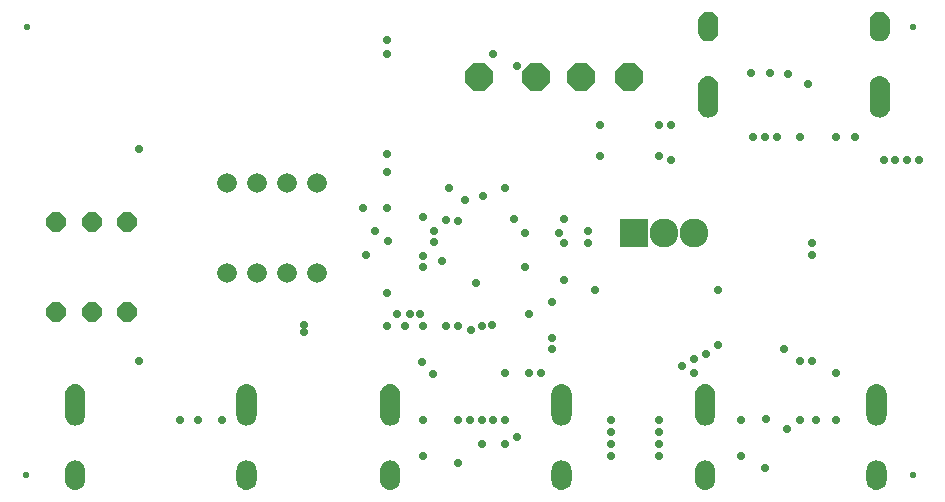
<source format=gbr>
G04 EAGLE Gerber RS-274X export*
G75*
%MOMM*%
%FSLAX34Y34*%
%LPD*%
%INSoldermask Bottom*%
%IPPOS*%
%AMOC8*
5,1,8,0,0,1.08239X$1,22.5*%
G01*
%ADD10C,0.553200*%
%ADD11P,2.556822X8X22.500000*%
%ADD12C,1.666238*%
%ADD13R,2.435200X2.435200*%
%ADD14C,2.435200*%
%ADD15P,1.803519X8X112.500000*%
%ADD16P,1.803519X8X292.500000*%
%ADD17C,0.705600*%

G36*
X508663Y366414D02*
X508663Y366414D01*
X508668Y366419D01*
X508673Y366416D01*
X510267Y366900D01*
X510271Y366906D01*
X510276Y366904D01*
X511746Y367689D01*
X511749Y367696D01*
X511754Y367694D01*
X513042Y368752D01*
X513043Y368759D01*
X513048Y368758D01*
X514106Y370046D01*
X514106Y370054D01*
X514111Y370054D01*
X514896Y371524D01*
X514895Y371531D01*
X514900Y371533D01*
X515384Y373127D01*
X515383Y373131D01*
X515385Y373132D01*
X515383Y373135D01*
X515386Y373137D01*
X515549Y374795D01*
X515547Y374798D01*
X515549Y374800D01*
X515549Y392800D01*
X515547Y392803D01*
X515549Y392805D01*
X515386Y394463D01*
X515381Y394468D01*
X515384Y394473D01*
X514900Y396067D01*
X514894Y396071D01*
X514896Y396076D01*
X514111Y397546D01*
X514104Y397549D01*
X514106Y397554D01*
X513048Y398842D01*
X513041Y398843D01*
X513042Y398848D01*
X511754Y399906D01*
X511746Y399906D01*
X511746Y399911D01*
X510276Y400696D01*
X510269Y400695D01*
X510267Y400700D01*
X508673Y401184D01*
X508666Y401181D01*
X508663Y401186D01*
X507005Y401349D01*
X506999Y401345D01*
X506995Y401349D01*
X505337Y401186D01*
X505332Y401181D01*
X505327Y401184D01*
X503733Y400700D01*
X503729Y400694D01*
X503724Y400696D01*
X502254Y399911D01*
X502251Y399904D01*
X502246Y399906D01*
X500958Y398848D01*
X500957Y398841D01*
X500952Y398842D01*
X499894Y397554D01*
X499894Y397546D01*
X499889Y397546D01*
X499104Y396076D01*
X499105Y396069D01*
X499100Y396067D01*
X498616Y394473D01*
X498619Y394466D01*
X498614Y394463D01*
X498451Y392805D01*
X498453Y392802D01*
X498451Y392800D01*
X498451Y374800D01*
X498453Y374797D01*
X498451Y374795D01*
X498614Y373137D01*
X498619Y373132D01*
X498616Y373127D01*
X499100Y371533D01*
X499106Y371529D01*
X499104Y371524D01*
X499889Y370054D01*
X499896Y370051D01*
X499894Y370046D01*
X500952Y368758D01*
X500959Y368757D01*
X500958Y368752D01*
X502246Y367694D01*
X502254Y367694D01*
X502254Y367689D01*
X503724Y366904D01*
X503731Y366905D01*
X503733Y366900D01*
X505327Y366416D01*
X505334Y366419D01*
X505337Y366414D01*
X506995Y366251D01*
X507001Y366255D01*
X507005Y366251D01*
X508663Y366414D01*
G37*
G36*
X363663Y366414D02*
X363663Y366414D01*
X363668Y366419D01*
X363673Y366416D01*
X365267Y366900D01*
X365271Y366906D01*
X365276Y366904D01*
X366746Y367689D01*
X366749Y367696D01*
X366754Y367694D01*
X368042Y368752D01*
X368043Y368759D01*
X368048Y368758D01*
X369106Y370046D01*
X369106Y370054D01*
X369111Y370054D01*
X369896Y371524D01*
X369895Y371531D01*
X369900Y371533D01*
X370384Y373127D01*
X370383Y373131D01*
X370385Y373132D01*
X370383Y373135D01*
X370386Y373137D01*
X370549Y374795D01*
X370547Y374798D01*
X370549Y374800D01*
X370549Y392800D01*
X370547Y392803D01*
X370549Y392805D01*
X370386Y394463D01*
X370381Y394468D01*
X370384Y394473D01*
X369900Y396067D01*
X369894Y396071D01*
X369896Y396076D01*
X369111Y397546D01*
X369104Y397549D01*
X369106Y397554D01*
X368048Y398842D01*
X368041Y398843D01*
X368042Y398848D01*
X366754Y399906D01*
X366746Y399906D01*
X366746Y399911D01*
X365276Y400696D01*
X365269Y400695D01*
X365267Y400700D01*
X363673Y401184D01*
X363666Y401181D01*
X363663Y401186D01*
X362005Y401349D01*
X361999Y401345D01*
X361995Y401349D01*
X360337Y401186D01*
X360332Y401181D01*
X360327Y401184D01*
X358733Y400700D01*
X358729Y400694D01*
X358724Y400696D01*
X357254Y399911D01*
X357251Y399904D01*
X357246Y399906D01*
X355958Y398848D01*
X355957Y398841D01*
X355952Y398842D01*
X354894Y397554D01*
X354894Y397546D01*
X354889Y397546D01*
X354104Y396076D01*
X354105Y396069D01*
X354100Y396067D01*
X353616Y394473D01*
X353619Y394466D01*
X353614Y394463D01*
X353451Y392805D01*
X353453Y392802D01*
X353451Y392800D01*
X353451Y374800D01*
X353453Y374797D01*
X353451Y374795D01*
X353614Y373137D01*
X353619Y373132D01*
X353616Y373127D01*
X354100Y371533D01*
X354106Y371529D01*
X354104Y371524D01*
X354889Y370054D01*
X354896Y370051D01*
X354894Y370046D01*
X355952Y368758D01*
X355959Y368757D01*
X355958Y368752D01*
X357246Y367694D01*
X357254Y367694D01*
X357254Y367689D01*
X358724Y366904D01*
X358731Y366905D01*
X358733Y366900D01*
X360327Y366416D01*
X360334Y366419D01*
X360337Y366414D01*
X361995Y366251D01*
X362001Y366255D01*
X362005Y366251D01*
X363663Y366414D01*
G37*
G36*
X-172437Y105714D02*
X-172437Y105714D01*
X-172432Y105719D01*
X-172427Y105716D01*
X-170833Y106200D01*
X-170829Y106206D01*
X-170824Y106204D01*
X-169354Y106989D01*
X-169351Y106996D01*
X-169346Y106994D01*
X-168058Y108052D01*
X-168057Y108059D01*
X-168052Y108058D01*
X-166994Y109346D01*
X-166994Y109354D01*
X-166989Y109354D01*
X-166204Y110824D01*
X-166205Y110831D01*
X-166200Y110833D01*
X-165716Y112427D01*
X-165718Y112431D01*
X-165716Y112432D01*
X-165717Y112435D01*
X-165714Y112437D01*
X-165551Y114095D01*
X-165553Y114098D01*
X-165551Y114100D01*
X-165551Y132100D01*
X-165553Y132103D01*
X-165551Y132105D01*
X-165714Y133763D01*
X-165719Y133768D01*
X-165716Y133773D01*
X-166200Y135367D01*
X-166206Y135371D01*
X-166204Y135376D01*
X-166989Y136846D01*
X-166996Y136849D01*
X-166994Y136854D01*
X-168052Y138142D01*
X-168059Y138143D01*
X-168058Y138148D01*
X-169346Y139206D01*
X-169354Y139206D01*
X-169354Y139211D01*
X-170824Y139996D01*
X-170831Y139995D01*
X-170833Y140000D01*
X-172427Y140484D01*
X-172434Y140481D01*
X-172437Y140486D01*
X-174095Y140649D01*
X-174101Y140645D01*
X-174105Y140649D01*
X-175763Y140486D01*
X-175768Y140481D01*
X-175773Y140484D01*
X-177367Y140000D01*
X-177371Y139994D01*
X-177376Y139996D01*
X-178846Y139211D01*
X-178849Y139204D01*
X-178854Y139206D01*
X-180142Y138148D01*
X-180143Y138141D01*
X-180148Y138142D01*
X-181206Y136854D01*
X-181206Y136846D01*
X-181211Y136846D01*
X-181996Y135376D01*
X-181995Y135369D01*
X-182000Y135367D01*
X-182484Y133773D01*
X-182481Y133766D01*
X-182486Y133763D01*
X-182649Y132105D01*
X-182647Y132102D01*
X-182649Y132100D01*
X-182649Y114100D01*
X-182647Y114097D01*
X-182649Y114095D01*
X-182486Y112437D01*
X-182481Y112432D01*
X-182484Y112427D01*
X-182000Y110833D01*
X-181994Y110829D01*
X-181996Y110824D01*
X-181211Y109354D01*
X-181204Y109351D01*
X-181206Y109346D01*
X-180148Y108058D01*
X-180141Y108057D01*
X-180142Y108052D01*
X-178854Y106994D01*
X-178846Y106994D01*
X-178846Y106989D01*
X-177376Y106204D01*
X-177369Y106205D01*
X-177367Y106200D01*
X-175773Y105716D01*
X-175766Y105719D01*
X-175763Y105714D01*
X-174105Y105551D01*
X-174099Y105555D01*
X-174095Y105551D01*
X-172437Y105714D01*
G37*
G36*
X94263Y105714D02*
X94263Y105714D01*
X94268Y105719D01*
X94273Y105716D01*
X95867Y106200D01*
X95871Y106206D01*
X95876Y106204D01*
X97346Y106989D01*
X97349Y106996D01*
X97354Y106994D01*
X98642Y108052D01*
X98643Y108059D01*
X98648Y108058D01*
X99706Y109346D01*
X99706Y109354D01*
X99711Y109354D01*
X100496Y110824D01*
X100495Y110831D01*
X100500Y110833D01*
X100984Y112427D01*
X100983Y112431D01*
X100985Y112432D01*
X100983Y112435D01*
X100986Y112437D01*
X101149Y114095D01*
X101147Y114098D01*
X101149Y114100D01*
X101149Y132100D01*
X101147Y132103D01*
X101149Y132105D01*
X100986Y133763D01*
X100981Y133768D01*
X100984Y133773D01*
X100500Y135367D01*
X100494Y135371D01*
X100496Y135376D01*
X99711Y136846D01*
X99704Y136849D01*
X99706Y136854D01*
X98648Y138142D01*
X98641Y138143D01*
X98642Y138148D01*
X97354Y139206D01*
X97346Y139206D01*
X97346Y139211D01*
X95876Y139996D01*
X95869Y139995D01*
X95867Y140000D01*
X94273Y140484D01*
X94266Y140481D01*
X94263Y140486D01*
X92605Y140649D01*
X92599Y140645D01*
X92595Y140649D01*
X90937Y140486D01*
X90932Y140481D01*
X90927Y140484D01*
X89333Y140000D01*
X89329Y139994D01*
X89324Y139996D01*
X87854Y139211D01*
X87851Y139204D01*
X87846Y139206D01*
X86558Y138148D01*
X86557Y138141D01*
X86552Y138142D01*
X85494Y136854D01*
X85494Y136846D01*
X85489Y136846D01*
X84704Y135376D01*
X84705Y135369D01*
X84700Y135367D01*
X84216Y133773D01*
X84219Y133766D01*
X84214Y133763D01*
X84051Y132105D01*
X84053Y132102D01*
X84051Y132100D01*
X84051Y114100D01*
X84053Y114097D01*
X84051Y114095D01*
X84214Y112437D01*
X84219Y112432D01*
X84216Y112427D01*
X84700Y110833D01*
X84706Y110829D01*
X84704Y110824D01*
X85489Y109354D01*
X85496Y109351D01*
X85494Y109346D01*
X86552Y108058D01*
X86559Y108057D01*
X86558Y108052D01*
X87846Y106994D01*
X87854Y106994D01*
X87854Y106989D01*
X89324Y106204D01*
X89331Y106205D01*
X89333Y106200D01*
X90927Y105716D01*
X90934Y105719D01*
X90937Y105714D01*
X92595Y105551D01*
X92601Y105555D01*
X92605Y105551D01*
X94263Y105714D01*
G37*
G36*
X360963Y105714D02*
X360963Y105714D01*
X360968Y105719D01*
X360973Y105716D01*
X362567Y106200D01*
X362571Y106206D01*
X362576Y106204D01*
X364046Y106989D01*
X364049Y106996D01*
X364054Y106994D01*
X365342Y108052D01*
X365343Y108059D01*
X365348Y108058D01*
X366406Y109346D01*
X366406Y109354D01*
X366411Y109354D01*
X367196Y110824D01*
X367195Y110831D01*
X367200Y110833D01*
X367684Y112427D01*
X367683Y112431D01*
X367685Y112432D01*
X367683Y112435D01*
X367686Y112437D01*
X367849Y114095D01*
X367847Y114098D01*
X367849Y114100D01*
X367849Y132100D01*
X367847Y132103D01*
X367849Y132105D01*
X367686Y133763D01*
X367681Y133768D01*
X367684Y133773D01*
X367200Y135367D01*
X367194Y135371D01*
X367196Y135376D01*
X366411Y136846D01*
X366404Y136849D01*
X366406Y136854D01*
X365348Y138142D01*
X365341Y138143D01*
X365342Y138148D01*
X364054Y139206D01*
X364046Y139206D01*
X364046Y139211D01*
X362576Y139996D01*
X362569Y139995D01*
X362567Y140000D01*
X360973Y140484D01*
X360966Y140481D01*
X360963Y140486D01*
X359305Y140649D01*
X359299Y140645D01*
X359295Y140649D01*
X357637Y140486D01*
X357632Y140481D01*
X357627Y140484D01*
X356033Y140000D01*
X356029Y139994D01*
X356024Y139996D01*
X354554Y139211D01*
X354551Y139204D01*
X354546Y139206D01*
X353258Y138148D01*
X353257Y138141D01*
X353252Y138142D01*
X352194Y136854D01*
X352194Y136846D01*
X352189Y136846D01*
X351404Y135376D01*
X351405Y135369D01*
X351400Y135367D01*
X350916Y133773D01*
X350919Y133766D01*
X350914Y133763D01*
X350751Y132105D01*
X350753Y132102D01*
X350751Y132100D01*
X350751Y114100D01*
X350753Y114097D01*
X350751Y114095D01*
X350914Y112437D01*
X350919Y112432D01*
X350916Y112427D01*
X351400Y110833D01*
X351406Y110829D01*
X351404Y110824D01*
X352189Y109354D01*
X352196Y109351D01*
X352194Y109346D01*
X353252Y108058D01*
X353259Y108057D01*
X353258Y108052D01*
X354546Y106994D01*
X354554Y106994D01*
X354554Y106989D01*
X356024Y106204D01*
X356031Y106205D01*
X356033Y106200D01*
X357627Y105716D01*
X357634Y105719D01*
X357637Y105714D01*
X359295Y105551D01*
X359301Y105555D01*
X359305Y105551D01*
X360963Y105714D01*
G37*
G36*
X505963Y105714D02*
X505963Y105714D01*
X505968Y105719D01*
X505973Y105716D01*
X507567Y106200D01*
X507571Y106206D01*
X507576Y106204D01*
X509046Y106989D01*
X509049Y106996D01*
X509054Y106994D01*
X510342Y108052D01*
X510343Y108059D01*
X510348Y108058D01*
X511406Y109346D01*
X511406Y109354D01*
X511411Y109354D01*
X512196Y110824D01*
X512195Y110831D01*
X512200Y110833D01*
X512684Y112427D01*
X512683Y112431D01*
X512685Y112432D01*
X512683Y112435D01*
X512686Y112437D01*
X512849Y114095D01*
X512847Y114098D01*
X512849Y114100D01*
X512849Y132100D01*
X512847Y132103D01*
X512849Y132105D01*
X512686Y133763D01*
X512681Y133768D01*
X512684Y133773D01*
X512200Y135367D01*
X512194Y135371D01*
X512196Y135376D01*
X511411Y136846D01*
X511404Y136849D01*
X511406Y136854D01*
X510348Y138142D01*
X510341Y138143D01*
X510342Y138148D01*
X509054Y139206D01*
X509046Y139206D01*
X509046Y139211D01*
X507576Y139996D01*
X507569Y139995D01*
X507567Y140000D01*
X505973Y140484D01*
X505966Y140481D01*
X505963Y140486D01*
X504305Y140649D01*
X504299Y140645D01*
X504295Y140649D01*
X502637Y140486D01*
X502632Y140481D01*
X502627Y140484D01*
X501033Y140000D01*
X501029Y139994D01*
X501024Y139996D01*
X499554Y139211D01*
X499551Y139204D01*
X499546Y139206D01*
X498258Y138148D01*
X498257Y138141D01*
X498252Y138142D01*
X497194Y136854D01*
X497194Y136846D01*
X497189Y136846D01*
X496404Y135376D01*
X496405Y135369D01*
X496400Y135367D01*
X495916Y133773D01*
X495919Y133766D01*
X495914Y133763D01*
X495751Y132105D01*
X495753Y132102D01*
X495751Y132100D01*
X495751Y114100D01*
X495753Y114097D01*
X495751Y114095D01*
X495914Y112437D01*
X495919Y112432D01*
X495916Y112427D01*
X496400Y110833D01*
X496406Y110829D01*
X496404Y110824D01*
X497189Y109354D01*
X497196Y109351D01*
X497194Y109346D01*
X498252Y108058D01*
X498259Y108057D01*
X498258Y108052D01*
X499546Y106994D01*
X499554Y106994D01*
X499554Y106989D01*
X501024Y106204D01*
X501031Y106205D01*
X501033Y106200D01*
X502627Y105716D01*
X502634Y105719D01*
X502637Y105714D01*
X504295Y105551D01*
X504301Y105555D01*
X504305Y105551D01*
X505963Y105714D01*
G37*
G36*
X-27437Y105714D02*
X-27437Y105714D01*
X-27432Y105719D01*
X-27427Y105716D01*
X-25833Y106200D01*
X-25829Y106206D01*
X-25824Y106204D01*
X-24354Y106989D01*
X-24351Y106996D01*
X-24346Y106994D01*
X-23058Y108052D01*
X-23057Y108059D01*
X-23052Y108058D01*
X-21994Y109346D01*
X-21994Y109354D01*
X-21989Y109354D01*
X-21204Y110824D01*
X-21205Y110831D01*
X-21200Y110833D01*
X-20716Y112427D01*
X-20718Y112431D01*
X-20716Y112432D01*
X-20717Y112435D01*
X-20714Y112437D01*
X-20551Y114095D01*
X-20553Y114098D01*
X-20551Y114100D01*
X-20551Y132100D01*
X-20553Y132103D01*
X-20551Y132105D01*
X-20714Y133763D01*
X-20719Y133768D01*
X-20716Y133773D01*
X-21200Y135367D01*
X-21206Y135371D01*
X-21204Y135376D01*
X-21989Y136846D01*
X-21996Y136849D01*
X-21994Y136854D01*
X-23052Y138142D01*
X-23059Y138143D01*
X-23058Y138148D01*
X-24346Y139206D01*
X-24354Y139206D01*
X-24354Y139211D01*
X-25824Y139996D01*
X-25831Y139995D01*
X-25833Y140000D01*
X-27427Y140484D01*
X-27434Y140481D01*
X-27437Y140486D01*
X-29095Y140649D01*
X-29101Y140645D01*
X-29105Y140649D01*
X-30763Y140486D01*
X-30768Y140481D01*
X-30773Y140484D01*
X-32367Y140000D01*
X-32371Y139994D01*
X-32376Y139996D01*
X-33846Y139211D01*
X-33849Y139204D01*
X-33854Y139206D01*
X-35142Y138148D01*
X-35143Y138141D01*
X-35148Y138142D01*
X-36206Y136854D01*
X-36206Y136846D01*
X-36211Y136846D01*
X-36996Y135376D01*
X-36995Y135369D01*
X-37000Y135367D01*
X-37484Y133773D01*
X-37481Y133766D01*
X-37486Y133763D01*
X-37649Y132105D01*
X-37647Y132102D01*
X-37649Y132100D01*
X-37649Y114100D01*
X-37647Y114097D01*
X-37649Y114095D01*
X-37486Y112437D01*
X-37481Y112432D01*
X-37484Y112427D01*
X-37000Y110833D01*
X-36994Y110829D01*
X-36996Y110824D01*
X-36211Y109354D01*
X-36204Y109351D01*
X-36206Y109346D01*
X-35148Y108058D01*
X-35141Y108057D01*
X-35142Y108052D01*
X-33854Y106994D01*
X-33846Y106994D01*
X-33846Y106989D01*
X-32376Y106204D01*
X-32369Y106205D01*
X-32367Y106200D01*
X-30773Y105716D01*
X-30766Y105719D01*
X-30763Y105714D01*
X-29105Y105551D01*
X-29099Y105555D01*
X-29095Y105551D01*
X-27437Y105714D01*
G37*
G36*
X239263Y105714D02*
X239263Y105714D01*
X239268Y105719D01*
X239273Y105716D01*
X240867Y106200D01*
X240871Y106206D01*
X240876Y106204D01*
X242346Y106989D01*
X242349Y106996D01*
X242354Y106994D01*
X243642Y108052D01*
X243643Y108059D01*
X243648Y108058D01*
X244706Y109346D01*
X244706Y109354D01*
X244711Y109354D01*
X245496Y110824D01*
X245495Y110831D01*
X245500Y110833D01*
X245984Y112427D01*
X245983Y112431D01*
X245985Y112432D01*
X245983Y112435D01*
X245986Y112437D01*
X246149Y114095D01*
X246147Y114098D01*
X246149Y114100D01*
X246149Y132100D01*
X246147Y132103D01*
X246149Y132105D01*
X245986Y133763D01*
X245981Y133768D01*
X245984Y133773D01*
X245500Y135367D01*
X245494Y135371D01*
X245496Y135376D01*
X244711Y136846D01*
X244704Y136849D01*
X244706Y136854D01*
X243648Y138142D01*
X243641Y138143D01*
X243642Y138148D01*
X242354Y139206D01*
X242346Y139206D01*
X242346Y139211D01*
X240876Y139996D01*
X240869Y139995D01*
X240867Y140000D01*
X239273Y140484D01*
X239266Y140481D01*
X239263Y140486D01*
X237605Y140649D01*
X237599Y140645D01*
X237595Y140649D01*
X235937Y140486D01*
X235932Y140481D01*
X235927Y140484D01*
X234333Y140000D01*
X234329Y139994D01*
X234324Y139996D01*
X232854Y139211D01*
X232851Y139204D01*
X232846Y139206D01*
X231558Y138148D01*
X231557Y138141D01*
X231552Y138142D01*
X230494Y136854D01*
X230494Y136846D01*
X230489Y136846D01*
X229704Y135376D01*
X229705Y135369D01*
X229700Y135367D01*
X229216Y133773D01*
X229219Y133766D01*
X229214Y133763D01*
X229051Y132105D01*
X229053Y132102D01*
X229051Y132100D01*
X229051Y114100D01*
X229053Y114097D01*
X229051Y114095D01*
X229214Y112437D01*
X229219Y112432D01*
X229216Y112427D01*
X229700Y110833D01*
X229706Y110829D01*
X229704Y110824D01*
X230489Y109354D01*
X230496Y109351D01*
X230494Y109346D01*
X231552Y108058D01*
X231559Y108057D01*
X231558Y108052D01*
X232846Y106994D01*
X232854Y106994D01*
X232854Y106989D01*
X234324Y106204D01*
X234331Y106205D01*
X234333Y106200D01*
X235927Y105716D01*
X235934Y105719D01*
X235937Y105714D01*
X237595Y105551D01*
X237601Y105555D01*
X237605Y105551D01*
X239263Y105714D01*
G37*
G36*
X508663Y431014D02*
X508663Y431014D01*
X508668Y431019D01*
X508673Y431016D01*
X510267Y431500D01*
X510271Y431506D01*
X510276Y431504D01*
X511746Y432289D01*
X511749Y432296D01*
X511754Y432294D01*
X513042Y433352D01*
X513043Y433359D01*
X513048Y433358D01*
X514106Y434646D01*
X514106Y434654D01*
X514111Y434654D01*
X514896Y436124D01*
X514895Y436131D01*
X514900Y436133D01*
X515384Y437727D01*
X515383Y437731D01*
X515385Y437732D01*
X515383Y437735D01*
X515386Y437737D01*
X515549Y439395D01*
X515547Y439398D01*
X515549Y439400D01*
X515549Y447400D01*
X515547Y447403D01*
X515549Y447405D01*
X515386Y449063D01*
X515381Y449068D01*
X515384Y449073D01*
X514900Y450667D01*
X514894Y450671D01*
X514896Y450676D01*
X514111Y452146D01*
X514104Y452149D01*
X514106Y452154D01*
X513048Y453442D01*
X513041Y453443D01*
X513042Y453448D01*
X511754Y454506D01*
X511746Y454506D01*
X511746Y454511D01*
X510276Y455296D01*
X510269Y455295D01*
X510267Y455300D01*
X508673Y455784D01*
X508666Y455781D01*
X508663Y455786D01*
X507005Y455949D01*
X506999Y455945D01*
X506995Y455949D01*
X505337Y455786D01*
X505332Y455781D01*
X505327Y455784D01*
X503733Y455300D01*
X503729Y455294D01*
X503724Y455296D01*
X502254Y454511D01*
X502251Y454504D01*
X502246Y454506D01*
X500958Y453448D01*
X500957Y453441D01*
X500952Y453442D01*
X499894Y452154D01*
X499894Y452146D01*
X499889Y452146D01*
X499104Y450676D01*
X499105Y450669D01*
X499100Y450667D01*
X498616Y449073D01*
X498619Y449066D01*
X498614Y449063D01*
X498451Y447405D01*
X498453Y447402D01*
X498451Y447400D01*
X498451Y439400D01*
X498453Y439397D01*
X498451Y439395D01*
X498614Y437737D01*
X498619Y437732D01*
X498616Y437727D01*
X499100Y436133D01*
X499106Y436129D01*
X499104Y436124D01*
X499889Y434654D01*
X499896Y434651D01*
X499894Y434646D01*
X500952Y433358D01*
X500959Y433357D01*
X500958Y433352D01*
X502246Y432294D01*
X502254Y432294D01*
X502254Y432289D01*
X503724Y431504D01*
X503731Y431505D01*
X503733Y431500D01*
X505327Y431016D01*
X505334Y431019D01*
X505337Y431014D01*
X506995Y430851D01*
X507001Y430855D01*
X507005Y430851D01*
X508663Y431014D01*
G37*
G36*
X363663Y431014D02*
X363663Y431014D01*
X363668Y431019D01*
X363673Y431016D01*
X365267Y431500D01*
X365271Y431506D01*
X365276Y431504D01*
X366746Y432289D01*
X366749Y432296D01*
X366754Y432294D01*
X368042Y433352D01*
X368043Y433359D01*
X368048Y433358D01*
X369106Y434646D01*
X369106Y434654D01*
X369111Y434654D01*
X369896Y436124D01*
X369895Y436131D01*
X369900Y436133D01*
X370384Y437727D01*
X370383Y437731D01*
X370385Y437732D01*
X370383Y437735D01*
X370386Y437737D01*
X370549Y439395D01*
X370547Y439398D01*
X370549Y439400D01*
X370549Y447400D01*
X370547Y447403D01*
X370549Y447405D01*
X370386Y449063D01*
X370381Y449068D01*
X370384Y449073D01*
X369900Y450667D01*
X369894Y450671D01*
X369896Y450676D01*
X369111Y452146D01*
X369104Y452149D01*
X369106Y452154D01*
X368048Y453442D01*
X368041Y453443D01*
X368042Y453448D01*
X366754Y454506D01*
X366746Y454506D01*
X366746Y454511D01*
X365276Y455296D01*
X365269Y455295D01*
X365267Y455300D01*
X363673Y455784D01*
X363666Y455781D01*
X363663Y455786D01*
X362005Y455949D01*
X361999Y455945D01*
X361995Y455949D01*
X360337Y455786D01*
X360332Y455781D01*
X360327Y455784D01*
X358733Y455300D01*
X358729Y455294D01*
X358724Y455296D01*
X357254Y454511D01*
X357251Y454504D01*
X357246Y454506D01*
X355958Y453448D01*
X355957Y453441D01*
X355952Y453442D01*
X354894Y452154D01*
X354894Y452146D01*
X354889Y452146D01*
X354104Y450676D01*
X354105Y450669D01*
X354100Y450667D01*
X353616Y449073D01*
X353619Y449066D01*
X353614Y449063D01*
X353451Y447405D01*
X353453Y447402D01*
X353451Y447400D01*
X353451Y439400D01*
X353453Y439397D01*
X353451Y439395D01*
X353614Y437737D01*
X353619Y437732D01*
X353616Y437727D01*
X354100Y436133D01*
X354106Y436129D01*
X354104Y436124D01*
X354889Y434654D01*
X354896Y434651D01*
X354894Y434646D01*
X355952Y433358D01*
X355959Y433357D01*
X355958Y433352D01*
X357246Y432294D01*
X357254Y432294D01*
X357254Y432289D01*
X358724Y431504D01*
X358731Y431505D01*
X358733Y431500D01*
X360327Y431016D01*
X360334Y431019D01*
X360337Y431014D01*
X361995Y430851D01*
X362001Y430855D01*
X362005Y430851D01*
X363663Y431014D01*
G37*
G36*
X505963Y51114D02*
X505963Y51114D01*
X505968Y51119D01*
X505973Y51116D01*
X507567Y51600D01*
X507571Y51606D01*
X507576Y51604D01*
X509046Y52389D01*
X509049Y52396D01*
X509054Y52394D01*
X510342Y53452D01*
X510343Y53459D01*
X510348Y53458D01*
X511406Y54746D01*
X511406Y54754D01*
X511411Y54754D01*
X512196Y56224D01*
X512195Y56231D01*
X512200Y56233D01*
X512684Y57827D01*
X512683Y57831D01*
X512685Y57832D01*
X512683Y57835D01*
X512686Y57837D01*
X512849Y59495D01*
X512847Y59498D01*
X512849Y59500D01*
X512849Y67500D01*
X512847Y67503D01*
X512849Y67505D01*
X512686Y69163D01*
X512681Y69168D01*
X512684Y69173D01*
X512200Y70767D01*
X512194Y70771D01*
X512196Y70776D01*
X511411Y72246D01*
X511404Y72249D01*
X511406Y72254D01*
X510348Y73542D01*
X510341Y73543D01*
X510342Y73548D01*
X509054Y74606D01*
X509046Y74606D01*
X509046Y74611D01*
X507576Y75396D01*
X507569Y75395D01*
X507567Y75400D01*
X505973Y75884D01*
X505966Y75881D01*
X505963Y75886D01*
X504305Y76049D01*
X504299Y76045D01*
X504295Y76049D01*
X502637Y75886D01*
X502632Y75881D01*
X502627Y75884D01*
X501033Y75400D01*
X501029Y75394D01*
X501024Y75396D01*
X499554Y74611D01*
X499551Y74604D01*
X499546Y74606D01*
X498258Y73548D01*
X498257Y73541D01*
X498252Y73542D01*
X497194Y72254D01*
X497194Y72246D01*
X497189Y72246D01*
X496404Y70776D01*
X496405Y70769D01*
X496400Y70767D01*
X495916Y69173D01*
X495919Y69166D01*
X495914Y69163D01*
X495751Y67505D01*
X495753Y67502D01*
X495751Y67500D01*
X495751Y59500D01*
X495753Y59497D01*
X495751Y59495D01*
X495914Y57837D01*
X495919Y57832D01*
X495916Y57827D01*
X496400Y56233D01*
X496406Y56229D01*
X496404Y56224D01*
X497189Y54754D01*
X497196Y54751D01*
X497194Y54746D01*
X498252Y53458D01*
X498259Y53457D01*
X498258Y53452D01*
X499546Y52394D01*
X499554Y52394D01*
X499554Y52389D01*
X501024Y51604D01*
X501031Y51605D01*
X501033Y51600D01*
X502627Y51116D01*
X502634Y51119D01*
X502637Y51114D01*
X504295Y50951D01*
X504301Y50955D01*
X504305Y50951D01*
X505963Y51114D01*
G37*
G36*
X94263Y51114D02*
X94263Y51114D01*
X94268Y51119D01*
X94273Y51116D01*
X95867Y51600D01*
X95871Y51606D01*
X95876Y51604D01*
X97346Y52389D01*
X97349Y52396D01*
X97354Y52394D01*
X98642Y53452D01*
X98643Y53459D01*
X98648Y53458D01*
X99706Y54746D01*
X99706Y54754D01*
X99711Y54754D01*
X100496Y56224D01*
X100495Y56231D01*
X100500Y56233D01*
X100984Y57827D01*
X100983Y57831D01*
X100985Y57832D01*
X100983Y57835D01*
X100986Y57837D01*
X101149Y59495D01*
X101147Y59498D01*
X101149Y59500D01*
X101149Y67500D01*
X101147Y67503D01*
X101149Y67505D01*
X100986Y69163D01*
X100981Y69168D01*
X100984Y69173D01*
X100500Y70767D01*
X100494Y70771D01*
X100496Y70776D01*
X99711Y72246D01*
X99704Y72249D01*
X99706Y72254D01*
X98648Y73542D01*
X98641Y73543D01*
X98642Y73548D01*
X97354Y74606D01*
X97346Y74606D01*
X97346Y74611D01*
X95876Y75396D01*
X95869Y75395D01*
X95867Y75400D01*
X94273Y75884D01*
X94266Y75881D01*
X94263Y75886D01*
X92605Y76049D01*
X92599Y76045D01*
X92595Y76049D01*
X90937Y75886D01*
X90932Y75881D01*
X90927Y75884D01*
X89333Y75400D01*
X89329Y75394D01*
X89324Y75396D01*
X87854Y74611D01*
X87851Y74604D01*
X87846Y74606D01*
X86558Y73548D01*
X86557Y73541D01*
X86552Y73542D01*
X85494Y72254D01*
X85494Y72246D01*
X85489Y72246D01*
X84704Y70776D01*
X84705Y70769D01*
X84700Y70767D01*
X84216Y69173D01*
X84219Y69166D01*
X84214Y69163D01*
X84051Y67505D01*
X84053Y67502D01*
X84051Y67500D01*
X84051Y59500D01*
X84053Y59497D01*
X84051Y59495D01*
X84214Y57837D01*
X84219Y57832D01*
X84216Y57827D01*
X84700Y56233D01*
X84706Y56229D01*
X84704Y56224D01*
X85489Y54754D01*
X85496Y54751D01*
X85494Y54746D01*
X86552Y53458D01*
X86559Y53457D01*
X86558Y53452D01*
X87846Y52394D01*
X87854Y52394D01*
X87854Y52389D01*
X89324Y51604D01*
X89331Y51605D01*
X89333Y51600D01*
X90927Y51116D01*
X90934Y51119D01*
X90937Y51114D01*
X92595Y50951D01*
X92601Y50955D01*
X92605Y50951D01*
X94263Y51114D01*
G37*
G36*
X239263Y51114D02*
X239263Y51114D01*
X239268Y51119D01*
X239273Y51116D01*
X240867Y51600D01*
X240871Y51606D01*
X240876Y51604D01*
X242346Y52389D01*
X242349Y52396D01*
X242354Y52394D01*
X243642Y53452D01*
X243643Y53459D01*
X243648Y53458D01*
X244706Y54746D01*
X244706Y54754D01*
X244711Y54754D01*
X245496Y56224D01*
X245495Y56231D01*
X245500Y56233D01*
X245984Y57827D01*
X245983Y57831D01*
X245985Y57832D01*
X245983Y57835D01*
X245986Y57837D01*
X246149Y59495D01*
X246147Y59498D01*
X246149Y59500D01*
X246149Y67500D01*
X246147Y67503D01*
X246149Y67505D01*
X245986Y69163D01*
X245981Y69168D01*
X245984Y69173D01*
X245500Y70767D01*
X245494Y70771D01*
X245496Y70776D01*
X244711Y72246D01*
X244704Y72249D01*
X244706Y72254D01*
X243648Y73542D01*
X243641Y73543D01*
X243642Y73548D01*
X242354Y74606D01*
X242346Y74606D01*
X242346Y74611D01*
X240876Y75396D01*
X240869Y75395D01*
X240867Y75400D01*
X239273Y75884D01*
X239266Y75881D01*
X239263Y75886D01*
X237605Y76049D01*
X237599Y76045D01*
X237595Y76049D01*
X235937Y75886D01*
X235932Y75881D01*
X235927Y75884D01*
X234333Y75400D01*
X234329Y75394D01*
X234324Y75396D01*
X232854Y74611D01*
X232851Y74604D01*
X232846Y74606D01*
X231558Y73548D01*
X231557Y73541D01*
X231552Y73542D01*
X230494Y72254D01*
X230494Y72246D01*
X230489Y72246D01*
X229704Y70776D01*
X229705Y70769D01*
X229700Y70767D01*
X229216Y69173D01*
X229219Y69166D01*
X229214Y69163D01*
X229051Y67505D01*
X229053Y67502D01*
X229051Y67500D01*
X229051Y59500D01*
X229053Y59497D01*
X229051Y59495D01*
X229214Y57837D01*
X229219Y57832D01*
X229216Y57827D01*
X229700Y56233D01*
X229706Y56229D01*
X229704Y56224D01*
X230489Y54754D01*
X230496Y54751D01*
X230494Y54746D01*
X231552Y53458D01*
X231559Y53457D01*
X231558Y53452D01*
X232846Y52394D01*
X232854Y52394D01*
X232854Y52389D01*
X234324Y51604D01*
X234331Y51605D01*
X234333Y51600D01*
X235927Y51116D01*
X235934Y51119D01*
X235937Y51114D01*
X237595Y50951D01*
X237601Y50955D01*
X237605Y50951D01*
X239263Y51114D01*
G37*
G36*
X-27437Y51114D02*
X-27437Y51114D01*
X-27432Y51119D01*
X-27427Y51116D01*
X-25833Y51600D01*
X-25829Y51606D01*
X-25824Y51604D01*
X-24354Y52389D01*
X-24351Y52396D01*
X-24346Y52394D01*
X-23058Y53452D01*
X-23057Y53459D01*
X-23052Y53458D01*
X-21994Y54746D01*
X-21994Y54754D01*
X-21989Y54754D01*
X-21204Y56224D01*
X-21205Y56231D01*
X-21200Y56233D01*
X-20716Y57827D01*
X-20718Y57831D01*
X-20716Y57832D01*
X-20717Y57835D01*
X-20714Y57837D01*
X-20551Y59495D01*
X-20553Y59498D01*
X-20551Y59500D01*
X-20551Y67500D01*
X-20553Y67503D01*
X-20551Y67505D01*
X-20714Y69163D01*
X-20719Y69168D01*
X-20716Y69173D01*
X-21200Y70767D01*
X-21206Y70771D01*
X-21204Y70776D01*
X-21989Y72246D01*
X-21996Y72249D01*
X-21994Y72254D01*
X-23052Y73542D01*
X-23059Y73543D01*
X-23058Y73548D01*
X-24346Y74606D01*
X-24354Y74606D01*
X-24354Y74611D01*
X-25824Y75396D01*
X-25831Y75395D01*
X-25833Y75400D01*
X-27427Y75884D01*
X-27434Y75881D01*
X-27437Y75886D01*
X-29095Y76049D01*
X-29101Y76045D01*
X-29105Y76049D01*
X-30763Y75886D01*
X-30768Y75881D01*
X-30773Y75884D01*
X-32367Y75400D01*
X-32371Y75394D01*
X-32376Y75396D01*
X-33846Y74611D01*
X-33849Y74604D01*
X-33854Y74606D01*
X-35142Y73548D01*
X-35143Y73541D01*
X-35148Y73542D01*
X-36206Y72254D01*
X-36206Y72246D01*
X-36211Y72246D01*
X-36996Y70776D01*
X-36995Y70769D01*
X-37000Y70767D01*
X-37484Y69173D01*
X-37481Y69166D01*
X-37486Y69163D01*
X-37649Y67505D01*
X-37647Y67502D01*
X-37649Y67500D01*
X-37649Y59500D01*
X-37647Y59497D01*
X-37649Y59495D01*
X-37486Y57837D01*
X-37481Y57832D01*
X-37484Y57827D01*
X-37000Y56233D01*
X-36994Y56229D01*
X-36996Y56224D01*
X-36211Y54754D01*
X-36204Y54751D01*
X-36206Y54746D01*
X-35148Y53458D01*
X-35141Y53457D01*
X-35142Y53452D01*
X-33854Y52394D01*
X-33846Y52394D01*
X-33846Y52389D01*
X-32376Y51604D01*
X-32369Y51605D01*
X-32367Y51600D01*
X-30773Y51116D01*
X-30766Y51119D01*
X-30763Y51114D01*
X-29105Y50951D01*
X-29099Y50955D01*
X-29095Y50951D01*
X-27437Y51114D01*
G37*
G36*
X360963Y51114D02*
X360963Y51114D01*
X360968Y51119D01*
X360973Y51116D01*
X362567Y51600D01*
X362571Y51606D01*
X362576Y51604D01*
X364046Y52389D01*
X364049Y52396D01*
X364054Y52394D01*
X365342Y53452D01*
X365343Y53459D01*
X365348Y53458D01*
X366406Y54746D01*
X366406Y54754D01*
X366411Y54754D01*
X367196Y56224D01*
X367195Y56231D01*
X367200Y56233D01*
X367684Y57827D01*
X367683Y57831D01*
X367685Y57832D01*
X367683Y57835D01*
X367686Y57837D01*
X367849Y59495D01*
X367847Y59498D01*
X367849Y59500D01*
X367849Y67500D01*
X367847Y67503D01*
X367849Y67505D01*
X367686Y69163D01*
X367681Y69168D01*
X367684Y69173D01*
X367200Y70767D01*
X367194Y70771D01*
X367196Y70776D01*
X366411Y72246D01*
X366404Y72249D01*
X366406Y72254D01*
X365348Y73542D01*
X365341Y73543D01*
X365342Y73548D01*
X364054Y74606D01*
X364046Y74606D01*
X364046Y74611D01*
X362576Y75396D01*
X362569Y75395D01*
X362567Y75400D01*
X360973Y75884D01*
X360966Y75881D01*
X360963Y75886D01*
X359305Y76049D01*
X359299Y76045D01*
X359295Y76049D01*
X357637Y75886D01*
X357632Y75881D01*
X357627Y75884D01*
X356033Y75400D01*
X356029Y75394D01*
X356024Y75396D01*
X354554Y74611D01*
X354551Y74604D01*
X354546Y74606D01*
X353258Y73548D01*
X353257Y73541D01*
X353252Y73542D01*
X352194Y72254D01*
X352194Y72246D01*
X352189Y72246D01*
X351404Y70776D01*
X351405Y70769D01*
X351400Y70767D01*
X350916Y69173D01*
X350919Y69166D01*
X350914Y69163D01*
X350751Y67505D01*
X350753Y67502D01*
X350751Y67500D01*
X350751Y59500D01*
X350753Y59497D01*
X350751Y59495D01*
X350914Y57837D01*
X350919Y57832D01*
X350916Y57827D01*
X351400Y56233D01*
X351406Y56229D01*
X351404Y56224D01*
X352189Y54754D01*
X352196Y54751D01*
X352194Y54746D01*
X353252Y53458D01*
X353259Y53457D01*
X353258Y53452D01*
X354546Y52394D01*
X354554Y52394D01*
X354554Y52389D01*
X356024Y51604D01*
X356031Y51605D01*
X356033Y51600D01*
X357627Y51116D01*
X357634Y51119D01*
X357637Y51114D01*
X359295Y50951D01*
X359301Y50955D01*
X359305Y50951D01*
X360963Y51114D01*
G37*
G36*
X-172437Y51114D02*
X-172437Y51114D01*
X-172432Y51119D01*
X-172427Y51116D01*
X-170833Y51600D01*
X-170829Y51606D01*
X-170824Y51604D01*
X-169354Y52389D01*
X-169351Y52396D01*
X-169346Y52394D01*
X-168058Y53452D01*
X-168057Y53459D01*
X-168052Y53458D01*
X-166994Y54746D01*
X-166994Y54754D01*
X-166989Y54754D01*
X-166204Y56224D01*
X-166205Y56231D01*
X-166200Y56233D01*
X-165716Y57827D01*
X-165718Y57831D01*
X-165716Y57832D01*
X-165717Y57835D01*
X-165714Y57837D01*
X-165551Y59495D01*
X-165553Y59498D01*
X-165551Y59500D01*
X-165551Y67500D01*
X-165553Y67503D01*
X-165551Y67505D01*
X-165714Y69163D01*
X-165719Y69168D01*
X-165716Y69173D01*
X-166200Y70767D01*
X-166206Y70771D01*
X-166204Y70776D01*
X-166989Y72246D01*
X-166996Y72249D01*
X-166994Y72254D01*
X-168052Y73542D01*
X-168059Y73543D01*
X-168058Y73548D01*
X-169346Y74606D01*
X-169354Y74606D01*
X-169354Y74611D01*
X-170824Y75396D01*
X-170831Y75395D01*
X-170833Y75400D01*
X-172427Y75884D01*
X-172434Y75881D01*
X-172437Y75886D01*
X-174095Y76049D01*
X-174101Y76045D01*
X-174105Y76049D01*
X-175763Y75886D01*
X-175768Y75881D01*
X-175773Y75884D01*
X-177367Y75400D01*
X-177371Y75394D01*
X-177376Y75396D01*
X-178846Y74611D01*
X-178849Y74604D01*
X-178854Y74606D01*
X-180142Y73548D01*
X-180143Y73541D01*
X-180148Y73542D01*
X-181206Y72254D01*
X-181206Y72246D01*
X-181211Y72246D01*
X-181996Y70776D01*
X-181995Y70769D01*
X-182000Y70767D01*
X-182484Y69173D01*
X-182481Y69166D01*
X-182486Y69163D01*
X-182649Y67505D01*
X-182647Y67502D01*
X-182649Y67500D01*
X-182649Y59500D01*
X-182647Y59497D01*
X-182649Y59495D01*
X-182486Y57837D01*
X-182481Y57832D01*
X-182484Y57827D01*
X-182000Y56233D01*
X-181994Y56229D01*
X-181996Y56224D01*
X-181211Y54754D01*
X-181204Y54751D01*
X-181206Y54746D01*
X-180148Y53458D01*
X-180141Y53457D01*
X-180142Y53452D01*
X-178854Y52394D01*
X-178846Y52394D01*
X-178846Y52389D01*
X-177376Y51604D01*
X-177369Y51605D01*
X-177367Y51600D01*
X-175773Y51116D01*
X-175766Y51119D01*
X-175763Y51114D01*
X-174105Y50951D01*
X-174099Y50955D01*
X-174095Y50951D01*
X-172437Y51114D01*
G37*
D10*
X-214600Y443400D03*
X-215900Y63500D03*
X535000Y443400D03*
X535000Y63500D03*
D11*
X167800Y400700D03*
D12*
X-45200Y234800D03*
X-19800Y234800D03*
X-19800Y311000D03*
X-45200Y311000D03*
X5600Y234800D03*
X31000Y234800D03*
X5600Y311000D03*
X31000Y311000D03*
D11*
X294800Y400700D03*
X254000Y400700D03*
X215900Y400700D03*
D13*
X299100Y268600D03*
D14*
X324500Y268600D03*
X349900Y268600D03*
D15*
X-130000Y201900D03*
X-130000Y278100D03*
X-190000Y201900D03*
X-190000Y278100D03*
D16*
X-160000Y278100D03*
X-160000Y201900D03*
D17*
X161080Y186068D03*
X230000Y170000D03*
X170000Y190000D03*
X230047Y179953D03*
X109017Y200000D03*
X190000Y150000D03*
X104816Y190000D03*
X180000Y110000D03*
X120000Y190000D03*
X220000Y150000D03*
X118105Y200000D03*
X210000Y150000D03*
X440000Y350000D03*
X540000Y330000D03*
X320000Y80000D03*
X280000Y80000D03*
X425732Y170092D03*
X360000Y166068D03*
X160000Y110000D03*
X170000Y90000D03*
X420000Y350000D03*
X530000Y330000D03*
X320000Y90000D03*
X280000Y90000D03*
X440000Y160000D03*
X350000Y162136D03*
X170000Y110000D03*
X190000Y90000D03*
X410000Y350000D03*
X520000Y330000D03*
X320000Y100000D03*
X280000Y100000D03*
X450000Y160000D03*
X340000Y156068D03*
X190100Y110000D03*
X200000Y96068D03*
X400000Y350000D03*
X510368Y330000D03*
X320000Y110000D03*
X280000Y110000D03*
X470000Y150000D03*
X350000Y150000D03*
X-50000Y110000D03*
X-70000Y110000D03*
X-85532Y110000D03*
X120000Y249088D03*
X120000Y282136D03*
X398432Y404272D03*
X429500Y403204D03*
X413932Y403772D03*
X446068Y394506D03*
X180000Y420000D03*
X200000Y410000D03*
X428399Y103020D03*
X470000Y110000D03*
X440000Y110000D03*
X452868Y110000D03*
X129718Y260642D03*
X79530Y270000D03*
X206878Y268478D03*
X197375Y280614D03*
X206878Y240000D03*
X130000Y270000D03*
X72164Y250000D03*
X235626Y268478D03*
X240000Y280614D03*
X90000Y432164D03*
X90000Y420000D03*
X90000Y335318D03*
X90000Y320000D03*
X70000Y290000D03*
X190000Y306578D03*
X-120000Y160000D03*
X-120000Y340000D03*
X150000Y110000D03*
X150000Y73932D03*
X410000Y70000D03*
X411160Y111160D03*
X266068Y220000D03*
X260000Y260000D03*
X486068Y350000D03*
X470000Y350000D03*
X119243Y159243D03*
X129032Y149455D03*
X149954Y189954D03*
X179148Y190852D03*
X20000Y184800D03*
X90000Y190000D03*
X90527Y261945D03*
X90000Y217805D03*
X90000Y290000D03*
X150000Y278932D03*
X156022Y296821D03*
X370000Y173932D03*
X370000Y220000D03*
X390000Y110000D03*
X390000Y80000D03*
X120000Y110000D03*
X120000Y80000D03*
X142004Y306578D03*
X164940Y226137D03*
X140000Y190000D03*
X136503Y244574D03*
X120000Y240000D03*
X140000Y280000D03*
X260000Y270000D03*
X240000Y260000D03*
X240000Y228600D03*
X171008Y300000D03*
X450000Y250000D03*
X450000Y260000D03*
X210000Y200000D03*
X230047Y210047D03*
X270000Y333932D03*
X270000Y360000D03*
X320000Y333932D03*
X320000Y360000D03*
X330000Y330000D03*
X330000Y360000D03*
X20000Y191094D03*
X98405Y200000D03*
M02*

</source>
